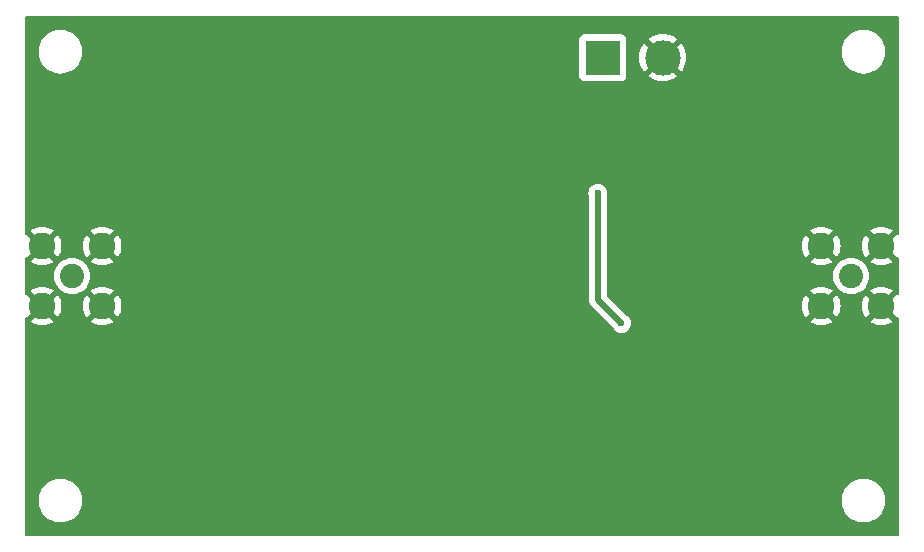
<source format=gbr>
%TF.GenerationSoftware,KiCad,Pcbnew,8.0.3*%
%TF.CreationDate,2024-06-21T17:49:06+08:00*%
%TF.ProjectId,LNA1690,4c4e4131-3639-4302-9e6b-696361645f70,rev?*%
%TF.SameCoordinates,Original*%
%TF.FileFunction,Copper,L2,Bot*%
%TF.FilePolarity,Positive*%
%FSLAX46Y46*%
G04 Gerber Fmt 4.6, Leading zero omitted, Abs format (unit mm)*
G04 Created by KiCad (PCBNEW 8.0.3) date 2024-06-21 17:49:06*
%MOMM*%
%LPD*%
G01*
G04 APERTURE LIST*
%TA.AperFunction,ComponentPad*%
%ADD10C,2.050000*%
%TD*%
%TA.AperFunction,ComponentPad*%
%ADD11C,2.250000*%
%TD*%
%TA.AperFunction,ComponentPad*%
%ADD12R,3.000000X3.000000*%
%TD*%
%TA.AperFunction,ComponentPad*%
%ADD13C,3.000000*%
%TD*%
%TA.AperFunction,ViaPad*%
%ADD14C,0.600000*%
%TD*%
%TA.AperFunction,Conductor*%
%ADD15C,0.500000*%
%TD*%
G04 APERTURE END LIST*
D10*
%TO.P,J3,1,In*%
%TO.N,/RF_OUT*%
X165460000Y-82500000D03*
D11*
%TO.P,J3,2,Ext*%
%TO.N,GND*%
X162920000Y-79960000D03*
X162920000Y-85040000D03*
X168000000Y-79960000D03*
X168000000Y-85040000D03*
%TD*%
D12*
%TO.P,J1,1,Pin_1*%
%TO.N,Net-(D1-A)*%
X144420000Y-64000000D03*
D13*
%TO.P,J1,2,Pin_2*%
%TO.N,GND*%
X149500000Y-64000000D03*
%TD*%
D10*
%TO.P,J2,1,In*%
%TO.N,Net-(J2-In)*%
X99500000Y-82500000D03*
D11*
%TO.P,J2,2,Ext*%
%TO.N,GND*%
X96960000Y-79960000D03*
X96960000Y-85040000D03*
X102040000Y-79960000D03*
X102040000Y-85040000D03*
%TD*%
D14*
%TO.N,GND*%
X142500000Y-80000000D03*
%TO.N,+5V*%
X144000000Y-75500000D03*
X146000000Y-86500000D03*
%TD*%
D15*
%TO.N,+5V*%
X144000000Y-75500000D02*
X144000000Y-84500000D01*
X144000000Y-84500000D02*
X146000000Y-86500000D01*
%TD*%
%TA.AperFunction,Conductor*%
%TO.N,GND*%
G36*
X169442539Y-60520185D02*
G01*
X169488294Y-60572989D01*
X169499500Y-60624500D01*
X169499500Y-78877442D01*
X169479815Y-78944481D01*
X169427011Y-78990236D01*
X169369732Y-78998471D01*
X169369664Y-79000218D01*
X169360181Y-78999845D01*
X169357853Y-79000180D01*
X169356831Y-78999713D01*
X169315465Y-78998087D01*
X168754114Y-79559437D01*
X168753260Y-79557374D01*
X168660238Y-79418156D01*
X168541844Y-79299762D01*
X168402626Y-79206740D01*
X168400561Y-79205884D01*
X168961912Y-78644533D01*
X168958107Y-78641284D01*
X168958098Y-78641277D01*
X168740015Y-78507636D01*
X168740012Y-78507634D01*
X168503702Y-78409752D01*
X168254988Y-78350042D01*
X168254989Y-78350042D01*
X168000000Y-78329975D01*
X167745010Y-78350042D01*
X167496297Y-78409752D01*
X167259987Y-78507634D01*
X167259984Y-78507636D01*
X167041893Y-78641282D01*
X167038086Y-78644532D01*
X167599438Y-79205884D01*
X167597374Y-79206740D01*
X167458156Y-79299762D01*
X167339762Y-79418156D01*
X167246740Y-79557374D01*
X167245884Y-79559438D01*
X166684532Y-78998086D01*
X166681282Y-79001893D01*
X166547636Y-79219984D01*
X166547634Y-79219987D01*
X166449752Y-79456297D01*
X166390042Y-79705010D01*
X166369975Y-79960000D01*
X166390042Y-80214989D01*
X166449752Y-80463702D01*
X166547634Y-80700012D01*
X166547636Y-80700015D01*
X166681277Y-80918098D01*
X166681284Y-80918107D01*
X166684533Y-80921912D01*
X167245884Y-80360560D01*
X167246740Y-80362626D01*
X167339762Y-80501844D01*
X167458156Y-80620238D01*
X167597374Y-80713260D01*
X167599437Y-80714114D01*
X167038087Y-81275465D01*
X167041897Y-81278719D01*
X167259984Y-81412363D01*
X167259987Y-81412365D01*
X167496297Y-81510247D01*
X167745011Y-81569957D01*
X167745010Y-81569957D01*
X168000000Y-81590024D01*
X168254989Y-81569957D01*
X168503702Y-81510247D01*
X168740012Y-81412365D01*
X168740015Y-81412363D01*
X168958095Y-81278724D01*
X168958110Y-81278713D01*
X168961911Y-81275466D01*
X168961911Y-81275464D01*
X168400562Y-80714114D01*
X168402626Y-80713260D01*
X168541844Y-80620238D01*
X168660238Y-80501844D01*
X168753260Y-80362626D01*
X168754114Y-80360561D01*
X169315464Y-80921911D01*
X169369659Y-80919784D01*
X169369809Y-80923605D01*
X169409580Y-80923320D01*
X169468628Y-80960672D01*
X169498108Y-81024018D01*
X169499500Y-81042545D01*
X169499500Y-83957442D01*
X169479815Y-84024481D01*
X169427011Y-84070236D01*
X169369732Y-84078471D01*
X169369664Y-84080218D01*
X169360181Y-84079845D01*
X169357853Y-84080180D01*
X169356831Y-84079713D01*
X169315465Y-84078087D01*
X168754114Y-84639437D01*
X168753260Y-84637374D01*
X168660238Y-84498156D01*
X168541844Y-84379762D01*
X168402626Y-84286740D01*
X168400561Y-84285884D01*
X168961912Y-83724533D01*
X168958107Y-83721284D01*
X168958098Y-83721277D01*
X168740015Y-83587636D01*
X168740012Y-83587634D01*
X168503702Y-83489752D01*
X168254988Y-83430042D01*
X168254989Y-83430042D01*
X168000000Y-83409975D01*
X167745010Y-83430042D01*
X167496297Y-83489752D01*
X167259987Y-83587634D01*
X167259984Y-83587636D01*
X167041893Y-83721282D01*
X167038086Y-83724532D01*
X167599438Y-84285884D01*
X167597374Y-84286740D01*
X167458156Y-84379762D01*
X167339762Y-84498156D01*
X167246740Y-84637374D01*
X167245884Y-84639438D01*
X166684532Y-84078086D01*
X166681282Y-84081893D01*
X166547636Y-84299984D01*
X166547634Y-84299987D01*
X166449752Y-84536297D01*
X166390042Y-84785010D01*
X166369975Y-85040000D01*
X166390042Y-85294989D01*
X166449752Y-85543702D01*
X166547634Y-85780012D01*
X166547636Y-85780015D01*
X166681277Y-85998098D01*
X166681284Y-85998107D01*
X166684533Y-86001912D01*
X167245884Y-85440560D01*
X167246740Y-85442626D01*
X167339762Y-85581844D01*
X167458156Y-85700238D01*
X167597374Y-85793260D01*
X167599437Y-85794114D01*
X167038087Y-86355465D01*
X167041897Y-86358719D01*
X167259984Y-86492363D01*
X167259987Y-86492365D01*
X167496297Y-86590247D01*
X167745011Y-86649957D01*
X167745010Y-86649957D01*
X168000000Y-86670024D01*
X168254989Y-86649957D01*
X168503702Y-86590247D01*
X168740012Y-86492365D01*
X168740015Y-86492363D01*
X168958095Y-86358724D01*
X168958110Y-86358713D01*
X168961911Y-86355466D01*
X168961911Y-86355464D01*
X168400562Y-85794114D01*
X168402626Y-85793260D01*
X168541844Y-85700238D01*
X168660238Y-85581844D01*
X168753260Y-85442626D01*
X168754114Y-85440562D01*
X169315464Y-86001911D01*
X169369659Y-85999784D01*
X169369809Y-86003605D01*
X169409580Y-86003320D01*
X169468628Y-86040672D01*
X169498108Y-86104018D01*
X169499500Y-86122545D01*
X169499500Y-104375500D01*
X169479815Y-104442539D01*
X169427011Y-104488294D01*
X169375500Y-104499500D01*
X95624500Y-104499500D01*
X95557461Y-104479815D01*
X95511706Y-104427011D01*
X95500500Y-104375500D01*
X95500500Y-101378711D01*
X96649500Y-101378711D01*
X96649500Y-101621288D01*
X96681161Y-101861785D01*
X96743947Y-102096104D01*
X96836773Y-102320205D01*
X96836776Y-102320212D01*
X96958064Y-102530289D01*
X96958066Y-102530292D01*
X96958067Y-102530293D01*
X97105733Y-102722736D01*
X97105739Y-102722743D01*
X97277256Y-102894260D01*
X97277262Y-102894265D01*
X97469711Y-103041936D01*
X97679788Y-103163224D01*
X97903900Y-103256054D01*
X98138211Y-103318838D01*
X98318586Y-103342584D01*
X98378711Y-103350500D01*
X98378712Y-103350500D01*
X98621289Y-103350500D01*
X98669388Y-103344167D01*
X98861789Y-103318838D01*
X99096100Y-103256054D01*
X99320212Y-103163224D01*
X99530289Y-103041936D01*
X99722738Y-102894265D01*
X99894265Y-102722738D01*
X100041936Y-102530289D01*
X100163224Y-102320212D01*
X100256054Y-102096100D01*
X100318838Y-101861789D01*
X100350500Y-101621288D01*
X100350500Y-101378712D01*
X100350500Y-101378711D01*
X164649500Y-101378711D01*
X164649500Y-101621288D01*
X164681161Y-101861785D01*
X164743947Y-102096104D01*
X164836773Y-102320205D01*
X164836776Y-102320212D01*
X164958064Y-102530289D01*
X164958066Y-102530292D01*
X164958067Y-102530293D01*
X165105733Y-102722736D01*
X165105739Y-102722743D01*
X165277256Y-102894260D01*
X165277262Y-102894265D01*
X165469711Y-103041936D01*
X165679788Y-103163224D01*
X165903900Y-103256054D01*
X166138211Y-103318838D01*
X166318586Y-103342584D01*
X166378711Y-103350500D01*
X166378712Y-103350500D01*
X166621289Y-103350500D01*
X166669388Y-103344167D01*
X166861789Y-103318838D01*
X167096100Y-103256054D01*
X167320212Y-103163224D01*
X167530289Y-103041936D01*
X167722738Y-102894265D01*
X167894265Y-102722738D01*
X168041936Y-102530289D01*
X168163224Y-102320212D01*
X168256054Y-102096100D01*
X168318838Y-101861789D01*
X168350500Y-101621288D01*
X168350500Y-101378712D01*
X168318838Y-101138211D01*
X168256054Y-100903900D01*
X168163224Y-100679788D01*
X168041936Y-100469711D01*
X167894265Y-100277262D01*
X167894260Y-100277256D01*
X167722743Y-100105739D01*
X167722736Y-100105733D01*
X167530293Y-99958067D01*
X167530292Y-99958066D01*
X167530289Y-99958064D01*
X167320212Y-99836776D01*
X167320205Y-99836773D01*
X167096104Y-99743947D01*
X166861785Y-99681161D01*
X166621289Y-99649500D01*
X166621288Y-99649500D01*
X166378712Y-99649500D01*
X166378711Y-99649500D01*
X166138214Y-99681161D01*
X165903895Y-99743947D01*
X165679794Y-99836773D01*
X165679785Y-99836777D01*
X165469706Y-99958067D01*
X165277263Y-100105733D01*
X165277256Y-100105739D01*
X165105739Y-100277256D01*
X165105733Y-100277263D01*
X164958067Y-100469706D01*
X164836777Y-100679785D01*
X164836773Y-100679794D01*
X164743947Y-100903895D01*
X164681161Y-101138214D01*
X164649500Y-101378711D01*
X100350500Y-101378711D01*
X100318838Y-101138211D01*
X100256054Y-100903900D01*
X100163224Y-100679788D01*
X100041936Y-100469711D01*
X99894265Y-100277262D01*
X99894260Y-100277256D01*
X99722743Y-100105739D01*
X99722736Y-100105733D01*
X99530293Y-99958067D01*
X99530292Y-99958066D01*
X99530289Y-99958064D01*
X99320212Y-99836776D01*
X99320205Y-99836773D01*
X99096104Y-99743947D01*
X98861785Y-99681161D01*
X98621289Y-99649500D01*
X98621288Y-99649500D01*
X98378712Y-99649500D01*
X98378711Y-99649500D01*
X98138214Y-99681161D01*
X97903895Y-99743947D01*
X97679794Y-99836773D01*
X97679785Y-99836777D01*
X97469706Y-99958067D01*
X97277263Y-100105733D01*
X97277256Y-100105739D01*
X97105739Y-100277256D01*
X97105733Y-100277263D01*
X96958067Y-100469706D01*
X96836777Y-100679785D01*
X96836773Y-100679794D01*
X96743947Y-100903895D01*
X96681161Y-101138214D01*
X96649500Y-101378711D01*
X95500500Y-101378711D01*
X95500500Y-86125220D01*
X95520185Y-86058181D01*
X95572989Y-86012426D01*
X95629373Y-86001316D01*
X95644533Y-86001912D01*
X96205884Y-85440560D01*
X96206740Y-85442626D01*
X96299762Y-85581844D01*
X96418156Y-85700238D01*
X96557374Y-85793260D01*
X96559437Y-85794114D01*
X95998087Y-86355465D01*
X96001897Y-86358719D01*
X96219984Y-86492363D01*
X96219987Y-86492365D01*
X96456297Y-86590247D01*
X96705011Y-86649957D01*
X96705010Y-86649957D01*
X96960000Y-86670024D01*
X97214989Y-86649957D01*
X97463702Y-86590247D01*
X97700012Y-86492365D01*
X97700015Y-86492363D01*
X97918095Y-86358724D01*
X97918110Y-86358713D01*
X97921911Y-86355466D01*
X97921911Y-86355464D01*
X97360562Y-85794114D01*
X97362626Y-85793260D01*
X97501844Y-85700238D01*
X97620238Y-85581844D01*
X97713260Y-85442626D01*
X97714114Y-85440561D01*
X98275464Y-86001911D01*
X98275466Y-86001911D01*
X98278713Y-85998110D01*
X98278724Y-85998095D01*
X98412363Y-85780015D01*
X98412365Y-85780012D01*
X98510247Y-85543702D01*
X98569957Y-85294989D01*
X98590024Y-85040000D01*
X100409975Y-85040000D01*
X100430042Y-85294989D01*
X100489752Y-85543702D01*
X100587634Y-85780012D01*
X100587636Y-85780015D01*
X100721277Y-85998098D01*
X100721284Y-85998107D01*
X100724533Y-86001912D01*
X101285884Y-85440560D01*
X101286740Y-85442626D01*
X101379762Y-85581844D01*
X101498156Y-85700238D01*
X101637374Y-85793260D01*
X101639437Y-85794114D01*
X101078087Y-86355465D01*
X101081897Y-86358719D01*
X101299984Y-86492363D01*
X101299987Y-86492365D01*
X101536297Y-86590247D01*
X101785011Y-86649957D01*
X101785010Y-86649957D01*
X102040000Y-86670024D01*
X102294989Y-86649957D01*
X102543702Y-86590247D01*
X102780012Y-86492365D01*
X102780015Y-86492363D01*
X102998095Y-86358724D01*
X102998110Y-86358713D01*
X103001911Y-86355466D01*
X103001911Y-86355464D01*
X102440562Y-85794114D01*
X102442626Y-85793260D01*
X102581844Y-85700238D01*
X102700238Y-85581844D01*
X102793260Y-85442626D01*
X102794114Y-85440562D01*
X103355464Y-86001911D01*
X103355466Y-86001911D01*
X103358713Y-85998110D01*
X103358724Y-85998095D01*
X103492363Y-85780015D01*
X103492365Y-85780012D01*
X103590247Y-85543702D01*
X103649957Y-85294989D01*
X103670024Y-85040000D01*
X103649957Y-84785010D01*
X103590247Y-84536297D01*
X103492365Y-84299987D01*
X103492363Y-84299984D01*
X103358719Y-84081897D01*
X103355465Y-84078087D01*
X102794114Y-84639437D01*
X102793260Y-84637374D01*
X102700238Y-84498156D01*
X102581844Y-84379762D01*
X102442626Y-84286740D01*
X102440561Y-84285884D01*
X103001912Y-83724533D01*
X102998107Y-83721284D01*
X102998098Y-83721277D01*
X102780015Y-83587636D01*
X102780012Y-83587634D01*
X102543702Y-83489752D01*
X102294988Y-83430042D01*
X102294989Y-83430042D01*
X102040000Y-83409975D01*
X101785010Y-83430042D01*
X101536297Y-83489752D01*
X101299987Y-83587634D01*
X101299984Y-83587636D01*
X101081893Y-83721282D01*
X101078086Y-83724532D01*
X101639438Y-84285884D01*
X101637374Y-84286740D01*
X101498156Y-84379762D01*
X101379762Y-84498156D01*
X101286740Y-84637374D01*
X101285884Y-84639438D01*
X100724532Y-84078086D01*
X100721282Y-84081893D01*
X100587636Y-84299984D01*
X100587634Y-84299987D01*
X100489752Y-84536297D01*
X100430042Y-84785010D01*
X100409975Y-85040000D01*
X98590024Y-85040000D01*
X98569957Y-84785010D01*
X98510247Y-84536297D01*
X98412365Y-84299987D01*
X98412363Y-84299984D01*
X98278719Y-84081897D01*
X98275465Y-84078087D01*
X97714114Y-84639437D01*
X97713260Y-84637374D01*
X97620238Y-84498156D01*
X97501844Y-84379762D01*
X97362626Y-84286740D01*
X97360561Y-84285884D01*
X97921912Y-83724533D01*
X97918107Y-83721284D01*
X97918098Y-83721277D01*
X97700015Y-83587636D01*
X97700012Y-83587634D01*
X97463702Y-83489752D01*
X97214988Y-83430042D01*
X97214989Y-83430042D01*
X96960000Y-83409975D01*
X96705010Y-83430042D01*
X96456297Y-83489752D01*
X96219987Y-83587634D01*
X96219984Y-83587636D01*
X96001893Y-83721282D01*
X95998086Y-83724532D01*
X96559438Y-84285884D01*
X96557374Y-84286740D01*
X96418156Y-84379762D01*
X96299762Y-84498156D01*
X96206740Y-84637374D01*
X96205884Y-84639438D01*
X95644532Y-84078086D01*
X95629379Y-84078683D01*
X95561617Y-84061651D01*
X95513820Y-84010689D01*
X95500500Y-83954779D01*
X95500500Y-82500000D01*
X97969783Y-82500000D01*
X97988623Y-82739382D01*
X98044674Y-82972853D01*
X98044678Y-82972865D01*
X98136565Y-83194702D01*
X98262026Y-83399436D01*
X98262028Y-83399439D01*
X98417973Y-83582027D01*
X98600561Y-83737972D01*
X98600563Y-83737973D01*
X98805297Y-83863434D01*
X98902047Y-83903508D01*
X99027137Y-83955323D01*
X99260621Y-84011377D01*
X99500000Y-84030217D01*
X99739379Y-84011377D01*
X99972863Y-83955323D01*
X100194704Y-83863433D01*
X100399439Y-83737972D01*
X100582027Y-83582027D01*
X100737972Y-83399439D01*
X100863433Y-83194704D01*
X100955323Y-82972863D01*
X101011377Y-82739379D01*
X101030217Y-82500000D01*
X101011377Y-82260621D01*
X100955323Y-82027137D01*
X100903508Y-81902047D01*
X100863434Y-81805297D01*
X100737973Y-81600563D01*
X100737972Y-81600561D01*
X100582027Y-81417973D01*
X100399439Y-81262028D01*
X100399436Y-81262026D01*
X100194702Y-81136565D01*
X99972865Y-81044678D01*
X99972867Y-81044678D01*
X99972863Y-81044677D01*
X99972859Y-81044676D01*
X99972853Y-81044674D01*
X99739382Y-80988623D01*
X99500000Y-80969783D01*
X99260617Y-80988623D01*
X99027146Y-81044674D01*
X99027134Y-81044678D01*
X98805297Y-81136565D01*
X98600563Y-81262026D01*
X98417973Y-81417973D01*
X98262026Y-81600563D01*
X98136565Y-81805297D01*
X98044678Y-82027134D01*
X98044674Y-82027146D01*
X97988623Y-82260617D01*
X97969783Y-82500000D01*
X95500500Y-82500000D01*
X95500500Y-81045220D01*
X95520185Y-80978181D01*
X95572989Y-80932426D01*
X95629373Y-80921316D01*
X95644533Y-80921912D01*
X96205884Y-80360560D01*
X96206740Y-80362626D01*
X96299762Y-80501844D01*
X96418156Y-80620238D01*
X96557374Y-80713260D01*
X96559437Y-80714114D01*
X95998087Y-81275465D01*
X96001897Y-81278719D01*
X96219984Y-81412363D01*
X96219987Y-81412365D01*
X96456297Y-81510247D01*
X96705011Y-81569957D01*
X96705010Y-81569957D01*
X96960000Y-81590024D01*
X97214989Y-81569957D01*
X97463702Y-81510247D01*
X97700012Y-81412365D01*
X97700015Y-81412363D01*
X97918095Y-81278724D01*
X97918110Y-81278713D01*
X97921911Y-81275466D01*
X97921911Y-81275464D01*
X97360562Y-80714114D01*
X97362626Y-80713260D01*
X97501844Y-80620238D01*
X97620238Y-80501844D01*
X97713260Y-80362626D01*
X97714114Y-80360561D01*
X98275464Y-80921911D01*
X98275466Y-80921911D01*
X98278713Y-80918110D01*
X98278724Y-80918095D01*
X98412363Y-80700015D01*
X98412365Y-80700012D01*
X98510247Y-80463702D01*
X98569957Y-80214989D01*
X98590024Y-79960000D01*
X100409975Y-79960000D01*
X100430042Y-80214989D01*
X100489752Y-80463702D01*
X100587634Y-80700012D01*
X100587636Y-80700015D01*
X100721277Y-80918098D01*
X100721284Y-80918107D01*
X100724533Y-80921912D01*
X101285884Y-80360560D01*
X101286740Y-80362626D01*
X101379762Y-80501844D01*
X101498156Y-80620238D01*
X101637374Y-80713260D01*
X101639437Y-80714114D01*
X101078087Y-81275465D01*
X101081897Y-81278719D01*
X101299984Y-81412363D01*
X101299987Y-81412365D01*
X101536297Y-81510247D01*
X101785011Y-81569957D01*
X101785010Y-81569957D01*
X102040000Y-81590024D01*
X102294989Y-81569957D01*
X102543702Y-81510247D01*
X102780012Y-81412365D01*
X102780015Y-81412363D01*
X102998095Y-81278724D01*
X102998110Y-81278713D01*
X103001911Y-81275466D01*
X103001911Y-81275464D01*
X102440562Y-80714114D01*
X102442626Y-80713260D01*
X102581844Y-80620238D01*
X102700238Y-80501844D01*
X102793260Y-80362626D01*
X102794114Y-80360562D01*
X103355464Y-80921911D01*
X103355466Y-80921911D01*
X103358713Y-80918110D01*
X103358724Y-80918095D01*
X103492363Y-80700015D01*
X103492365Y-80700012D01*
X103590247Y-80463702D01*
X103649957Y-80214989D01*
X103670024Y-79960000D01*
X103649957Y-79705010D01*
X103590247Y-79456297D01*
X103492365Y-79219987D01*
X103492363Y-79219984D01*
X103358719Y-79001897D01*
X103355465Y-78998087D01*
X102794114Y-79559437D01*
X102793260Y-79557374D01*
X102700238Y-79418156D01*
X102581844Y-79299762D01*
X102442626Y-79206740D01*
X102440561Y-79205884D01*
X103001912Y-78644533D01*
X102998107Y-78641284D01*
X102998098Y-78641277D01*
X102780015Y-78507636D01*
X102780012Y-78507634D01*
X102543702Y-78409752D01*
X102294988Y-78350042D01*
X102294989Y-78350042D01*
X102040000Y-78329975D01*
X101785010Y-78350042D01*
X101536297Y-78409752D01*
X101299987Y-78507634D01*
X101299984Y-78507636D01*
X101081893Y-78641282D01*
X101078086Y-78644532D01*
X101639438Y-79205884D01*
X101637374Y-79206740D01*
X101498156Y-79299762D01*
X101379762Y-79418156D01*
X101286740Y-79557374D01*
X101285884Y-79559438D01*
X100724532Y-78998086D01*
X100721282Y-79001893D01*
X100587636Y-79219984D01*
X100587634Y-79219987D01*
X100489752Y-79456297D01*
X100430042Y-79705010D01*
X100409975Y-79960000D01*
X98590024Y-79960000D01*
X98569957Y-79705010D01*
X98510247Y-79456297D01*
X98412365Y-79219987D01*
X98412363Y-79219984D01*
X98278719Y-79001897D01*
X98275465Y-78998087D01*
X97714114Y-79559437D01*
X97713260Y-79557374D01*
X97620238Y-79418156D01*
X97501844Y-79299762D01*
X97362626Y-79206740D01*
X97360561Y-79205884D01*
X97921912Y-78644533D01*
X97918107Y-78641284D01*
X97918098Y-78641277D01*
X97700015Y-78507636D01*
X97700012Y-78507634D01*
X97463702Y-78409752D01*
X97214988Y-78350042D01*
X97214989Y-78350042D01*
X96960000Y-78329975D01*
X96705010Y-78350042D01*
X96456297Y-78409752D01*
X96219987Y-78507634D01*
X96219984Y-78507636D01*
X96001893Y-78641282D01*
X95998086Y-78644532D01*
X96559438Y-79205884D01*
X96557374Y-79206740D01*
X96418156Y-79299762D01*
X96299762Y-79418156D01*
X96206740Y-79557374D01*
X96205884Y-79559438D01*
X95644532Y-78998086D01*
X95629379Y-78998683D01*
X95561617Y-78981651D01*
X95513820Y-78930689D01*
X95500500Y-78874779D01*
X95500500Y-75499996D01*
X143194435Y-75499996D01*
X143194435Y-75500003D01*
X143214630Y-75679249D01*
X143214631Y-75679254D01*
X143242542Y-75759017D01*
X143249500Y-75799972D01*
X143249500Y-84573918D01*
X143249500Y-84573920D01*
X143249499Y-84573920D01*
X143278340Y-84718907D01*
X143278343Y-84718917D01*
X143334914Y-84855492D01*
X143367812Y-84904727D01*
X143367813Y-84904730D01*
X143417046Y-84978414D01*
X143417052Y-84978421D01*
X145246692Y-86808059D01*
X145269358Y-86844125D01*
X145271188Y-86843244D01*
X145274209Y-86849518D01*
X145274211Y-86849522D01*
X145370184Y-87002262D01*
X145497738Y-87129816D01*
X145650478Y-87225789D01*
X145820745Y-87285368D01*
X145820750Y-87285369D01*
X145999996Y-87305565D01*
X146000000Y-87305565D01*
X146000004Y-87305565D01*
X146179249Y-87285369D01*
X146179252Y-87285368D01*
X146179255Y-87285368D01*
X146349522Y-87225789D01*
X146502262Y-87129816D01*
X146629816Y-87002262D01*
X146725789Y-86849522D01*
X146785368Y-86679255D01*
X146805565Y-86500000D01*
X146789647Y-86358724D01*
X146785369Y-86320750D01*
X146785368Y-86320745D01*
X146725788Y-86150476D01*
X146633323Y-86003320D01*
X146629816Y-85997738D01*
X146502262Y-85870184D01*
X146349522Y-85774211D01*
X146349518Y-85774209D01*
X146343244Y-85771188D01*
X146344125Y-85769358D01*
X146308059Y-85746692D01*
X145601367Y-85040000D01*
X161289975Y-85040000D01*
X161310042Y-85294989D01*
X161369752Y-85543702D01*
X161467634Y-85780012D01*
X161467636Y-85780015D01*
X161601277Y-85998098D01*
X161601284Y-85998107D01*
X161604533Y-86001912D01*
X162165884Y-85440560D01*
X162166740Y-85442626D01*
X162259762Y-85581844D01*
X162378156Y-85700238D01*
X162517374Y-85793260D01*
X162519437Y-85794114D01*
X161958087Y-86355465D01*
X161961897Y-86358719D01*
X162179984Y-86492363D01*
X162179987Y-86492365D01*
X162416297Y-86590247D01*
X162665011Y-86649957D01*
X162665010Y-86649957D01*
X162920000Y-86670024D01*
X163174989Y-86649957D01*
X163423702Y-86590247D01*
X163660012Y-86492365D01*
X163660015Y-86492363D01*
X163878095Y-86358724D01*
X163878110Y-86358713D01*
X163881911Y-86355466D01*
X163881911Y-86355464D01*
X163320562Y-85794114D01*
X163322626Y-85793260D01*
X163461844Y-85700238D01*
X163580238Y-85581844D01*
X163673260Y-85442626D01*
X163674114Y-85440561D01*
X164235464Y-86001911D01*
X164235466Y-86001911D01*
X164238713Y-85998110D01*
X164238724Y-85998095D01*
X164372363Y-85780015D01*
X164372365Y-85780012D01*
X164470247Y-85543702D01*
X164529957Y-85294989D01*
X164550024Y-85040000D01*
X164529957Y-84785010D01*
X164470247Y-84536297D01*
X164372365Y-84299987D01*
X164372363Y-84299984D01*
X164238719Y-84081897D01*
X164235465Y-84078087D01*
X163674114Y-84639437D01*
X163673260Y-84637374D01*
X163580238Y-84498156D01*
X163461844Y-84379762D01*
X163322626Y-84286740D01*
X163320561Y-84285884D01*
X163881912Y-83724533D01*
X163878107Y-83721284D01*
X163878098Y-83721277D01*
X163660015Y-83587636D01*
X163660012Y-83587634D01*
X163423702Y-83489752D01*
X163174988Y-83430042D01*
X163174989Y-83430042D01*
X162920000Y-83409975D01*
X162665010Y-83430042D01*
X162416297Y-83489752D01*
X162179987Y-83587634D01*
X162179984Y-83587636D01*
X161961893Y-83721282D01*
X161958086Y-83724532D01*
X162519438Y-84285884D01*
X162517374Y-84286740D01*
X162378156Y-84379762D01*
X162259762Y-84498156D01*
X162166740Y-84637374D01*
X162165884Y-84639438D01*
X161604532Y-84078086D01*
X161601282Y-84081893D01*
X161467636Y-84299984D01*
X161467634Y-84299987D01*
X161369752Y-84536297D01*
X161310042Y-84785010D01*
X161289975Y-85040000D01*
X145601367Y-85040000D01*
X144786819Y-84225451D01*
X144753334Y-84164128D01*
X144750500Y-84137770D01*
X144750500Y-82500000D01*
X163929783Y-82500000D01*
X163948623Y-82739382D01*
X164004674Y-82972853D01*
X164004678Y-82972865D01*
X164096565Y-83194702D01*
X164222026Y-83399436D01*
X164222028Y-83399439D01*
X164377973Y-83582027D01*
X164560561Y-83737972D01*
X164560563Y-83737973D01*
X164765297Y-83863434D01*
X164862047Y-83903508D01*
X164987137Y-83955323D01*
X165220621Y-84011377D01*
X165460000Y-84030217D01*
X165699379Y-84011377D01*
X165932863Y-83955323D01*
X166154704Y-83863433D01*
X166359439Y-83737972D01*
X166542027Y-83582027D01*
X166697972Y-83399439D01*
X166823433Y-83194704D01*
X166915323Y-82972863D01*
X166971377Y-82739379D01*
X166990217Y-82500000D01*
X166971377Y-82260621D01*
X166915323Y-82027137D01*
X166863508Y-81902047D01*
X166823434Y-81805297D01*
X166697973Y-81600563D01*
X166697972Y-81600561D01*
X166542027Y-81417973D01*
X166359439Y-81262028D01*
X166359436Y-81262026D01*
X166154702Y-81136565D01*
X165932865Y-81044678D01*
X165932867Y-81044678D01*
X165932863Y-81044677D01*
X165932859Y-81044676D01*
X165932853Y-81044674D01*
X165699382Y-80988623D01*
X165460000Y-80969783D01*
X165220617Y-80988623D01*
X164987146Y-81044674D01*
X164987134Y-81044678D01*
X164765297Y-81136565D01*
X164560563Y-81262026D01*
X164377973Y-81417973D01*
X164222026Y-81600563D01*
X164096565Y-81805297D01*
X164004678Y-82027134D01*
X164004674Y-82027146D01*
X163948623Y-82260617D01*
X163929783Y-82500000D01*
X144750500Y-82500000D01*
X144750500Y-79960000D01*
X161289975Y-79960000D01*
X161310042Y-80214989D01*
X161369752Y-80463702D01*
X161467634Y-80700012D01*
X161467636Y-80700015D01*
X161601277Y-80918098D01*
X161601284Y-80918107D01*
X161604533Y-80921912D01*
X162165884Y-80360560D01*
X162166740Y-80362626D01*
X162259762Y-80501844D01*
X162378156Y-80620238D01*
X162517374Y-80713260D01*
X162519437Y-80714114D01*
X161958087Y-81275465D01*
X161961897Y-81278719D01*
X162179984Y-81412363D01*
X162179987Y-81412365D01*
X162416297Y-81510247D01*
X162665011Y-81569957D01*
X162665010Y-81569957D01*
X162920000Y-81590024D01*
X163174989Y-81569957D01*
X163423702Y-81510247D01*
X163660012Y-81412365D01*
X163660015Y-81412363D01*
X163878095Y-81278724D01*
X163878110Y-81278713D01*
X163881911Y-81275466D01*
X163881911Y-81275464D01*
X163320562Y-80714114D01*
X163322626Y-80713260D01*
X163461844Y-80620238D01*
X163580238Y-80501844D01*
X163673260Y-80362626D01*
X163674114Y-80360562D01*
X164235464Y-80921911D01*
X164235466Y-80921911D01*
X164238713Y-80918110D01*
X164238724Y-80918095D01*
X164372363Y-80700015D01*
X164372365Y-80700012D01*
X164470247Y-80463702D01*
X164529957Y-80214989D01*
X164550024Y-79960000D01*
X164529957Y-79705010D01*
X164470247Y-79456297D01*
X164372365Y-79219987D01*
X164372363Y-79219984D01*
X164238719Y-79001897D01*
X164235465Y-78998087D01*
X163674114Y-79559437D01*
X163673260Y-79557374D01*
X163580238Y-79418156D01*
X163461844Y-79299762D01*
X163322626Y-79206740D01*
X163320561Y-79205884D01*
X163881912Y-78644533D01*
X163878107Y-78641284D01*
X163878098Y-78641277D01*
X163660015Y-78507636D01*
X163660012Y-78507634D01*
X163423702Y-78409752D01*
X163174988Y-78350042D01*
X163174989Y-78350042D01*
X162920000Y-78329975D01*
X162665010Y-78350042D01*
X162416297Y-78409752D01*
X162179987Y-78507634D01*
X162179984Y-78507636D01*
X161961893Y-78641282D01*
X161958086Y-78644532D01*
X162519438Y-79205884D01*
X162517374Y-79206740D01*
X162378156Y-79299762D01*
X162259762Y-79418156D01*
X162166740Y-79557374D01*
X162165884Y-79559438D01*
X161604532Y-78998086D01*
X161601282Y-79001893D01*
X161467636Y-79219984D01*
X161467634Y-79219987D01*
X161369752Y-79456297D01*
X161310042Y-79705010D01*
X161289975Y-79960000D01*
X144750500Y-79960000D01*
X144750500Y-75799972D01*
X144757458Y-75759017D01*
X144785368Y-75679254D01*
X144785369Y-75679249D01*
X144805565Y-75500003D01*
X144805565Y-75499996D01*
X144785369Y-75320750D01*
X144785368Y-75320745D01*
X144725788Y-75150476D01*
X144629815Y-74997737D01*
X144502262Y-74870184D01*
X144349523Y-74774211D01*
X144179254Y-74714631D01*
X144179249Y-74714630D01*
X144000004Y-74694435D01*
X143999996Y-74694435D01*
X143820750Y-74714630D01*
X143820745Y-74714631D01*
X143650476Y-74774211D01*
X143497737Y-74870184D01*
X143370184Y-74997737D01*
X143274211Y-75150476D01*
X143214631Y-75320745D01*
X143214630Y-75320750D01*
X143194435Y-75499996D01*
X95500500Y-75499996D01*
X95500500Y-63378711D01*
X96649500Y-63378711D01*
X96649500Y-63621288D01*
X96681161Y-63861785D01*
X96743947Y-64096104D01*
X96795964Y-64221684D01*
X96836776Y-64320212D01*
X96958064Y-64530289D01*
X96958066Y-64530292D01*
X96958067Y-64530293D01*
X97105733Y-64722736D01*
X97105739Y-64722743D01*
X97277256Y-64894260D01*
X97277262Y-64894265D01*
X97469711Y-65041936D01*
X97679788Y-65163224D01*
X97903900Y-65256054D01*
X98138211Y-65318838D01*
X98318586Y-65342584D01*
X98378711Y-65350500D01*
X98378712Y-65350500D01*
X98621289Y-65350500D01*
X98669388Y-65344167D01*
X98861789Y-65318838D01*
X99096100Y-65256054D01*
X99320212Y-65163224D01*
X99530289Y-65041936D01*
X99722738Y-64894265D01*
X99894265Y-64722738D01*
X100041936Y-64530289D01*
X100163224Y-64320212D01*
X100256054Y-64096100D01*
X100318838Y-63861789D01*
X100350500Y-63621288D01*
X100350500Y-63378712D01*
X100318838Y-63138211D01*
X100256054Y-62903900D01*
X100163224Y-62679788D01*
X100041936Y-62469711D01*
X100028449Y-62452135D01*
X142419500Y-62452135D01*
X142419500Y-65547870D01*
X142419501Y-65547876D01*
X142425908Y-65607483D01*
X142476202Y-65742328D01*
X142476206Y-65742335D01*
X142562452Y-65857544D01*
X142562455Y-65857547D01*
X142677664Y-65943793D01*
X142677671Y-65943797D01*
X142812517Y-65994091D01*
X142812516Y-65994091D01*
X142819444Y-65994835D01*
X142872127Y-66000500D01*
X145967872Y-66000499D01*
X146027483Y-65994091D01*
X146162331Y-65943796D01*
X146277546Y-65857546D01*
X146363796Y-65742331D01*
X146414091Y-65607483D01*
X146420500Y-65547873D01*
X146420499Y-63999998D01*
X147494891Y-63999998D01*
X147494891Y-64000001D01*
X147515300Y-64285362D01*
X147576109Y-64564895D01*
X147676091Y-64832958D01*
X147813191Y-65084038D01*
X147813196Y-65084046D01*
X147919882Y-65226561D01*
X147919883Y-65226562D01*
X148814767Y-64331677D01*
X148826497Y-64359995D01*
X148909670Y-64484472D01*
X149015528Y-64590330D01*
X149140005Y-64673503D01*
X149168320Y-64685231D01*
X148273436Y-65580115D01*
X148415960Y-65686807D01*
X148415961Y-65686808D01*
X148667042Y-65823908D01*
X148667041Y-65823908D01*
X148935104Y-65923890D01*
X149214637Y-65984699D01*
X149499999Y-66005109D01*
X149500001Y-66005109D01*
X149785362Y-65984699D01*
X150064895Y-65923890D01*
X150332958Y-65823908D01*
X150584047Y-65686803D01*
X150726561Y-65580116D01*
X150726562Y-65580115D01*
X149831679Y-64685231D01*
X149859995Y-64673503D01*
X149984472Y-64590330D01*
X150090330Y-64484472D01*
X150173503Y-64359995D01*
X150185231Y-64331678D01*
X151080115Y-65226562D01*
X151080116Y-65226561D01*
X151186803Y-65084047D01*
X151323908Y-64832958D01*
X151423890Y-64564895D01*
X151484699Y-64285362D01*
X151505109Y-64000001D01*
X151505109Y-63999998D01*
X151484699Y-63714637D01*
X151423890Y-63435104D01*
X151402857Y-63378711D01*
X164649500Y-63378711D01*
X164649500Y-63621288D01*
X164681161Y-63861785D01*
X164743947Y-64096104D01*
X164795964Y-64221684D01*
X164836776Y-64320212D01*
X164958064Y-64530289D01*
X164958066Y-64530292D01*
X164958067Y-64530293D01*
X165105733Y-64722736D01*
X165105739Y-64722743D01*
X165277256Y-64894260D01*
X165277262Y-64894265D01*
X165469711Y-65041936D01*
X165679788Y-65163224D01*
X165903900Y-65256054D01*
X166138211Y-65318838D01*
X166318586Y-65342584D01*
X166378711Y-65350500D01*
X166378712Y-65350500D01*
X166621289Y-65350500D01*
X166669388Y-65344167D01*
X166861789Y-65318838D01*
X167096100Y-65256054D01*
X167320212Y-65163224D01*
X167530289Y-65041936D01*
X167722738Y-64894265D01*
X167894265Y-64722738D01*
X168041936Y-64530289D01*
X168163224Y-64320212D01*
X168256054Y-64096100D01*
X168318838Y-63861789D01*
X168350500Y-63621288D01*
X168350500Y-63378712D01*
X168318838Y-63138211D01*
X168256054Y-62903900D01*
X168163224Y-62679788D01*
X168041936Y-62469711D01*
X167894265Y-62277262D01*
X167894260Y-62277256D01*
X167722743Y-62105739D01*
X167722736Y-62105733D01*
X167530293Y-61958067D01*
X167530292Y-61958066D01*
X167530289Y-61958064D01*
X167320212Y-61836776D01*
X167320205Y-61836773D01*
X167096104Y-61743947D01*
X166861785Y-61681161D01*
X166621289Y-61649500D01*
X166621288Y-61649500D01*
X166378712Y-61649500D01*
X166378711Y-61649500D01*
X166138214Y-61681161D01*
X165903895Y-61743947D01*
X165679794Y-61836773D01*
X165679785Y-61836777D01*
X165469706Y-61958067D01*
X165277263Y-62105733D01*
X165277256Y-62105739D01*
X165105739Y-62277256D01*
X165105733Y-62277263D01*
X164958067Y-62469706D01*
X164836777Y-62679785D01*
X164836773Y-62679794D01*
X164743947Y-62903895D01*
X164681161Y-63138214D01*
X164649500Y-63378711D01*
X151402857Y-63378711D01*
X151323908Y-63167041D01*
X151186808Y-62915961D01*
X151186807Y-62915960D01*
X151080115Y-62773436D01*
X150185231Y-63668320D01*
X150173503Y-63640005D01*
X150090330Y-63515528D01*
X149984472Y-63409670D01*
X149859995Y-63326497D01*
X149831678Y-63314767D01*
X150726562Y-62419883D01*
X150726561Y-62419882D01*
X150584046Y-62313196D01*
X150584038Y-62313191D01*
X150332957Y-62176091D01*
X150332958Y-62176091D01*
X150064895Y-62076109D01*
X149785362Y-62015300D01*
X149500001Y-61994891D01*
X149499999Y-61994891D01*
X149214637Y-62015300D01*
X148935104Y-62076109D01*
X148667041Y-62176091D01*
X148415961Y-62313191D01*
X148415953Y-62313196D01*
X148273437Y-62419882D01*
X148273436Y-62419883D01*
X149168321Y-63314767D01*
X149140005Y-63326497D01*
X149015528Y-63409670D01*
X148909670Y-63515528D01*
X148826497Y-63640005D01*
X148814768Y-63668321D01*
X147919883Y-62773436D01*
X147919882Y-62773437D01*
X147813196Y-62915953D01*
X147813191Y-62915961D01*
X147676091Y-63167041D01*
X147576109Y-63435104D01*
X147515300Y-63714637D01*
X147494891Y-63999998D01*
X146420499Y-63999998D01*
X146420499Y-62452128D01*
X146414091Y-62392517D01*
X146384506Y-62313196D01*
X146363797Y-62257671D01*
X146363793Y-62257664D01*
X146277547Y-62142455D01*
X146277544Y-62142452D01*
X146162335Y-62056206D01*
X146162328Y-62056202D01*
X146027482Y-62005908D01*
X146027483Y-62005908D01*
X145967883Y-61999501D01*
X145967881Y-61999500D01*
X145967873Y-61999500D01*
X145967864Y-61999500D01*
X142872129Y-61999500D01*
X142872123Y-61999501D01*
X142812516Y-62005908D01*
X142677671Y-62056202D01*
X142677664Y-62056206D01*
X142562455Y-62142452D01*
X142562452Y-62142455D01*
X142476206Y-62257664D01*
X142476202Y-62257671D01*
X142425908Y-62392517D01*
X142419501Y-62452116D01*
X142419501Y-62452123D01*
X142419500Y-62452135D01*
X100028449Y-62452135D01*
X99894265Y-62277262D01*
X99894260Y-62277256D01*
X99722743Y-62105739D01*
X99722736Y-62105733D01*
X99530293Y-61958067D01*
X99530292Y-61958066D01*
X99530289Y-61958064D01*
X99320212Y-61836776D01*
X99320205Y-61836773D01*
X99096104Y-61743947D01*
X98861785Y-61681161D01*
X98621289Y-61649500D01*
X98621288Y-61649500D01*
X98378712Y-61649500D01*
X98378711Y-61649500D01*
X98138214Y-61681161D01*
X97903895Y-61743947D01*
X97679794Y-61836773D01*
X97679785Y-61836777D01*
X97469706Y-61958067D01*
X97277263Y-62105733D01*
X97277256Y-62105739D01*
X97105739Y-62277256D01*
X97105733Y-62277263D01*
X96958067Y-62469706D01*
X96836777Y-62679785D01*
X96836773Y-62679794D01*
X96743947Y-62903895D01*
X96681161Y-63138214D01*
X96649500Y-63378711D01*
X95500500Y-63378711D01*
X95500500Y-60624500D01*
X95520185Y-60557461D01*
X95572989Y-60511706D01*
X95624500Y-60500500D01*
X169375500Y-60500500D01*
X169442539Y-60520185D01*
G37*
%TD.AperFunction*%
%TD*%
M02*

</source>
